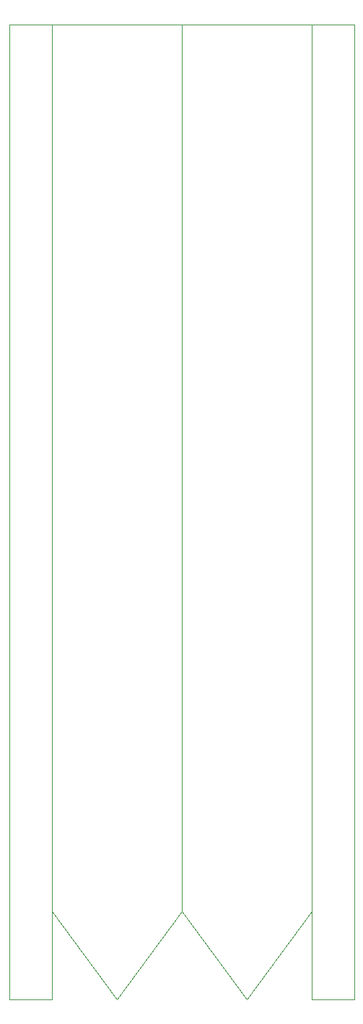
<source format=gbr>
G04 #@! TF.FileFunction,Profile,NP*
%FSLAX46Y46*%
G04 Gerber Fmt 4.6, Leading zero omitted, Abs format (unit mm)*
G04 Created by KiCad (PCBNEW (2015-04-12 BZR 5595)-product) date Mon 20 Apr 2015 09:24:05 PM EEST*
%MOMM*%
G01*
G04 APERTURE LIST*
%ADD10C,0.100000*%
G04 APERTURE END LIST*
D10*
X134537400Y-28225286D02*
X129537400Y-28225286D01*
X129537400Y-142422286D02*
X134537400Y-142422286D01*
X94032000Y-142422286D02*
X99032000Y-142422286D01*
X99032000Y-71175286D02*
X99032000Y-33075286D01*
X94032000Y-28225286D02*
X99032000Y-28225286D01*
X94032000Y-28225286D02*
X94032000Y-142422286D01*
X134537400Y-28225286D02*
X134537400Y-142422286D01*
X129537400Y-28225286D02*
X129537400Y-71175286D01*
X129537400Y-71175286D02*
X129537400Y-142422286D01*
X114272000Y-28225286D02*
X129537400Y-28225286D01*
X114272000Y-132135286D02*
X121917400Y-142422286D01*
X121917400Y-142422286D02*
X129537400Y-132135286D01*
X106652000Y-142422286D02*
X114272000Y-132135286D01*
X99032000Y-132135286D02*
X106652000Y-142422286D01*
X114272000Y-28225286D02*
X114272000Y-33075286D01*
X99032000Y-28225286D02*
X114272000Y-28225286D01*
X99032000Y-33075286D02*
X99032000Y-28225286D01*
X99032000Y-142422286D02*
X99032000Y-71175286D01*
X114272000Y-71175286D02*
X114272000Y-132135286D01*
X114272000Y-33075286D02*
X114272000Y-71175286D01*
M02*

</source>
